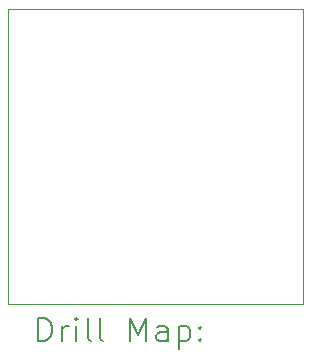
<source format=gbr>
%TF.GenerationSoftware,KiCad,Pcbnew,8.0.3*%
%TF.CreationDate,2024-07-13T20:35:24+02:00*%
%TF.ProjectId,Shift Register Board,53686966-7420-4526-9567-697374657220,rev?*%
%TF.SameCoordinates,Original*%
%TF.FileFunction,Drillmap*%
%TF.FilePolarity,Positive*%
%FSLAX45Y45*%
G04 Gerber Fmt 4.5, Leading zero omitted, Abs format (unit mm)*
G04 Created by KiCad (PCBNEW 8.0.3) date 2024-07-13 20:35:24*
%MOMM*%
%LPD*%
G01*
G04 APERTURE LIST*
%ADD10C,0.050000*%
%ADD11C,0.200000*%
G04 APERTURE END LIST*
D10*
X5050000Y-6040000D02*
X7550000Y-6040000D01*
X7550000Y-8540000D01*
X5050000Y-8540000D01*
X5050000Y-6040000D01*
D11*
X5308277Y-8853984D02*
X5308277Y-8653984D01*
X5308277Y-8653984D02*
X5355896Y-8653984D01*
X5355896Y-8653984D02*
X5384467Y-8663508D01*
X5384467Y-8663508D02*
X5403515Y-8682555D01*
X5403515Y-8682555D02*
X5413039Y-8701603D01*
X5413039Y-8701603D02*
X5422563Y-8739698D01*
X5422563Y-8739698D02*
X5422563Y-8768270D01*
X5422563Y-8768270D02*
X5413039Y-8806365D01*
X5413039Y-8806365D02*
X5403515Y-8825412D01*
X5403515Y-8825412D02*
X5384467Y-8844460D01*
X5384467Y-8844460D02*
X5355896Y-8853984D01*
X5355896Y-8853984D02*
X5308277Y-8853984D01*
X5508277Y-8853984D02*
X5508277Y-8720650D01*
X5508277Y-8758746D02*
X5517801Y-8739698D01*
X5517801Y-8739698D02*
X5527324Y-8730174D01*
X5527324Y-8730174D02*
X5546372Y-8720650D01*
X5546372Y-8720650D02*
X5565420Y-8720650D01*
X5632086Y-8853984D02*
X5632086Y-8720650D01*
X5632086Y-8653984D02*
X5622562Y-8663508D01*
X5622562Y-8663508D02*
X5632086Y-8673031D01*
X5632086Y-8673031D02*
X5641610Y-8663508D01*
X5641610Y-8663508D02*
X5632086Y-8653984D01*
X5632086Y-8653984D02*
X5632086Y-8673031D01*
X5755896Y-8853984D02*
X5736848Y-8844460D01*
X5736848Y-8844460D02*
X5727324Y-8825412D01*
X5727324Y-8825412D02*
X5727324Y-8653984D01*
X5860658Y-8853984D02*
X5841610Y-8844460D01*
X5841610Y-8844460D02*
X5832086Y-8825412D01*
X5832086Y-8825412D02*
X5832086Y-8653984D01*
X6089229Y-8853984D02*
X6089229Y-8653984D01*
X6089229Y-8653984D02*
X6155896Y-8796841D01*
X6155896Y-8796841D02*
X6222562Y-8653984D01*
X6222562Y-8653984D02*
X6222562Y-8853984D01*
X6403515Y-8853984D02*
X6403515Y-8749222D01*
X6403515Y-8749222D02*
X6393991Y-8730174D01*
X6393991Y-8730174D02*
X6374943Y-8720650D01*
X6374943Y-8720650D02*
X6336848Y-8720650D01*
X6336848Y-8720650D02*
X6317801Y-8730174D01*
X6403515Y-8844460D02*
X6384467Y-8853984D01*
X6384467Y-8853984D02*
X6336848Y-8853984D01*
X6336848Y-8853984D02*
X6317801Y-8844460D01*
X6317801Y-8844460D02*
X6308277Y-8825412D01*
X6308277Y-8825412D02*
X6308277Y-8806365D01*
X6308277Y-8806365D02*
X6317801Y-8787317D01*
X6317801Y-8787317D02*
X6336848Y-8777793D01*
X6336848Y-8777793D02*
X6384467Y-8777793D01*
X6384467Y-8777793D02*
X6403515Y-8768270D01*
X6498753Y-8720650D02*
X6498753Y-8920650D01*
X6498753Y-8730174D02*
X6517801Y-8720650D01*
X6517801Y-8720650D02*
X6555896Y-8720650D01*
X6555896Y-8720650D02*
X6574943Y-8730174D01*
X6574943Y-8730174D02*
X6584467Y-8739698D01*
X6584467Y-8739698D02*
X6593991Y-8758746D01*
X6593991Y-8758746D02*
X6593991Y-8815889D01*
X6593991Y-8815889D02*
X6584467Y-8834936D01*
X6584467Y-8834936D02*
X6574943Y-8844460D01*
X6574943Y-8844460D02*
X6555896Y-8853984D01*
X6555896Y-8853984D02*
X6517801Y-8853984D01*
X6517801Y-8853984D02*
X6498753Y-8844460D01*
X6679705Y-8834936D02*
X6689229Y-8844460D01*
X6689229Y-8844460D02*
X6679705Y-8853984D01*
X6679705Y-8853984D02*
X6670182Y-8844460D01*
X6670182Y-8844460D02*
X6679705Y-8834936D01*
X6679705Y-8834936D02*
X6679705Y-8853984D01*
X6679705Y-8730174D02*
X6689229Y-8739698D01*
X6689229Y-8739698D02*
X6679705Y-8749222D01*
X6679705Y-8749222D02*
X6670182Y-8739698D01*
X6670182Y-8739698D02*
X6679705Y-8730174D01*
X6679705Y-8730174D02*
X6679705Y-8749222D01*
M02*

</source>
